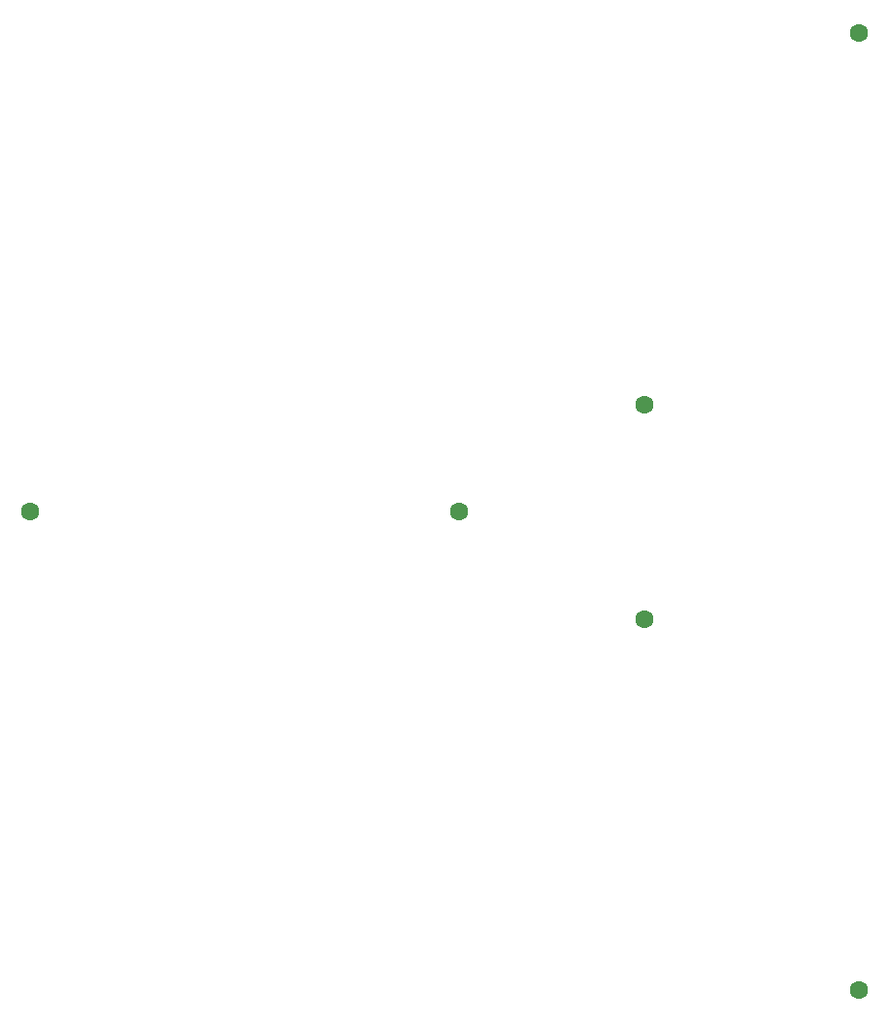
<source format=gbr>
%TF.GenerationSoftware,KiCad,Pcbnew,7.0.10*%
%TF.CreationDate,2024-03-15T10:59:13-04:00*%
%TF.ProjectId,new_base,6e65775f-6261-4736-952e-6b696361645f,rev?*%
%TF.SameCoordinates,Original*%
%TF.FileFunction,Soldermask,Bot*%
%TF.FilePolarity,Negative*%
%FSLAX46Y46*%
G04 Gerber Fmt 4.6, Leading zero omitted, Abs format (unit mm)*
G04 Created by KiCad (PCBNEW 7.0.10) date 2024-03-15 10:59:13*
%MOMM*%
%LPD*%
G01*
G04 APERTURE LIST*
%ADD10C,1.600000*%
G04 APERTURE END LIST*
D10*
%TO.C,J106*%
X55400000Y-59353000D03*
%TD*%
%TO.C,J105*%
X55400000Y-40647000D03*
%TD*%
%TO.C,J104*%
X39200000Y-50000000D03*
%TD*%
%TO.C,J102*%
X74100000Y-8258000D03*
%TD*%
%TO.C,J103*%
X74100000Y-91742000D03*
%TD*%
%TO.C,J101*%
X1800000Y-50000000D03*
%TD*%
M02*

</source>
